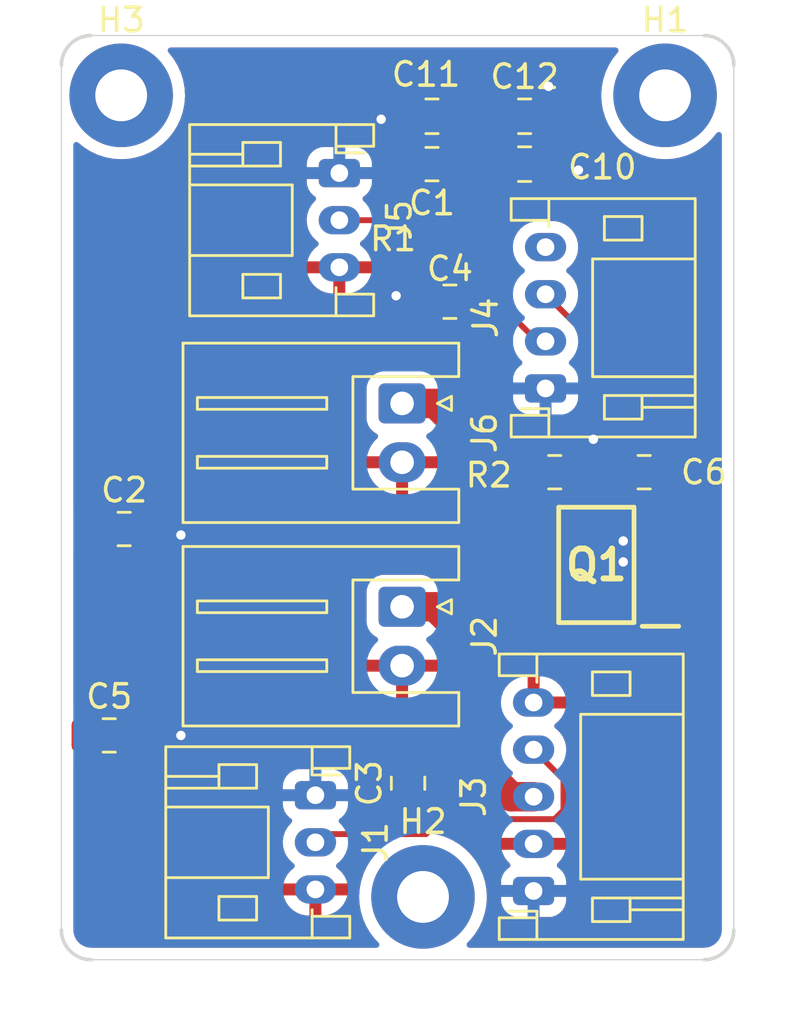
<source format=kicad_pcb>
(kicad_pcb (version 20211014) (generator pcbnew)
  (layers (0 "F.Cu" signal) (31 "B.Cu" signal) (34 "B.Paste" user) (35 "F.Paste" user) (36 "B.SilkS" user "B.Silkscreen") (37 "F.SilkS" user "F.Silkscreen") (38 "B.Mask" user) (39 "F.Mask" user) (44 "Edge.Cuts" user))
  (net 0 "")
  (net 1 "+5V")
  (net 2 "K-")
  (net 3 "Temp")
  (net 4 "GND")
  (net 5 "H-")
  (net 6 "Temp2")
  (net 7 "H_control")
  (footprint "Connector_JST:JST_XH_S2B-XH-A_1x02_P2.50mm_Horizontal" (layer "F.Cu") (at 160.528 124.079 -90)
    (fp_text reference "J2" (at 1.25 -3.5 90) (layer "F.SilkS"))
    (fp_text value "Screw_Terminal_01x02")
    (fp_line (start 0.25 3.2) (end -0.25 3.2) (layer "F.SilkS") (width 0.12))
    (fp_line (start -2.56 -2.41) (end -1.14 -2.41) (layer "F.SilkS") (width 0.12))
    (fp_line (start 0 -1.5) (end -0.3 -2.1) (layer "F.SilkS") (width 0.12))
    (fp_line (start -0.25 3.2) (end -0.25 8.7) (layer "F.SilkS") (width 0.12))
    (fp_line (start -1.14 2.09) (end 1.25 2.09) (layer "F.SilkS") (width 0.12))
    (fp_line (start 1.25 9.31) (end -2.56 9.31) (layer "F.SilkS") (width 0.12))
    (fp_line (start 3.64 -2.41) (end 3.64 2.09) (layer "F.SilkS") (width 0.12))
    (fp_line (start -2.56 9.31) (end -2.56 -2.41) (layer "F.SilkS") (width 0.12))
    (fp_line (start -1.14 -2.41) (end -1.14 2.09) (layer "F.SilkS") (width 0.12))
    (fp_line (start 2.25 8.7) (end 2.75 8.7) (layer "F.SilkS") (width 0.12))
    (fp_line (start 1.25 9.31) (end 5.06 9.31) (layer "F.SilkS") (width 0.12))
    (fp_line (start -0.3 -2.1) (end 0.3 -2.1) (layer "F.SilkS") (width 0.12))
    (fp_line (start 0.3 -2.1) (end 0 -1.5) (layer "F.SilkS") (width 0.12))
    (fp_line (start 2.25 3.2) (end 2.25 8.7) (layer "F.SilkS") (width 0.12))
    (fp_line (start 2.75 3.2) (end 2.25 3.2) (layer "F.SilkS") (width 0.12))
    (fp_line (start 2.75 8.7) (end 2.75 3.2) (layer "F.SilkS") (width 0.12))
    (fp_line (start 5.06 9.31) (end 5.06 -2.41) (layer "F.SilkS") (width 0.12))
    (fp_line (start 3.64 2.09) (end 1.25 2.09) (layer "F.SilkS") (width 0.12))
    (fp_line (start 0.25 8.7) (end 0.25 3.2) (layer "F.SilkS") (width 0.12))
    (fp_line (start -0.25 8.7) (end 0.25 8.7) (layer "F.SilkS") (width 0.12))
    (fp_line (start 5.06 -2.41) (end 3.64 -2.41) (layer "F.SilkS") (width 0.12))
    (pad "1" thru_hole roundrect locked (at 0 0 270) (size 1.7 2) (drill 1) (layers *.Cu *.Mask) (roundrect_rratio 0.1470588235) (net 2 "K-"))
    (pad "2" thru_hole oval locked (at 2.5 0 270) (size 1.7 2) (drill 1) (layers *.Cu *.Mask) (net 1 "+5V"))
  )
  (footprint "Connector_JST:JST_PH_S3B-PH-K_1x03_P2.00mm_Horizontal" (layer "F.Cu") (at 156.845 132.08 -90)
    (fp_text reference "J1" (at 2 -2.55 90) (layer "F.SilkS"))
    (fp_text value "Conn_01x03_Female")
    (fp_line (start -1.14 -1.46) (end -2.06 -1.46) (layer "F.SilkS") (width 0.12))
    (fp_line (start 0.5 2) (end 3.5 2) (layer "F.SilkS") (width 0.12))
    (fp_line (start 6.06 -1.46) (end 5.14 -1.46) (layer "F.SilkS") (width 0.12))
    (fp_line (start -0.3 4.1) (end -0.3 6.36) (layer "F.SilkS") (width 0.12))
    (fp_line (start -2.06 0.14) (end -1.14 0.14) (layer "F.SilkS") (width 0.12))
    (fp_line (start 5.14 -1.46) (end 5.14 0.14) (layer "F.SilkS") (width 0.12))
    (fp_line (start 4.3 4.1) (end 4.3 2.5) (layer "F.SilkS") (width 0.12))
    (fp_line (start -2.06 6.36) (end 6.06 6.36) (layer "F.SilkS") (width 0.12))
    (fp_line (start -0.8 4.1) (end -0.8 6.36) (layer "F.SilkS") (width 0.12))
    (fp_line (start 3.5 2) (end 3.5 6.36) (layer "F.SilkS") (width 0.12))
    (fp_line (start 4.3 2.5) (end 5.3 2.5) (layer "F.SilkS") (width 0.12))
    (fp_line (start 5.3 4.1) (end 4.3 4.1) (layer "F.SilkS") (width 0.12))
    (fp_line (start 5.14 0.14) (end 4.86 0.14) (layer "F.SilkS") (width 0.12))
    (fp_line (start -0.86 0.14) (end -0.86 -1.075) (layer "F.SilkS") (width 0.12))
    (fp_line (start -0.3 4.1) (end -0.3 2.5) (layer "F.SilkS") (width 0.12))
    (fp_line (start 5.3 2.5) (end 5.3 4.1) (layer "F.SilkS") (width 0.12))
    (fp_line (start 0.5 6.36) (end 0.5 2) (layer "F.SilkS") (width 0.12))
    (fp_line (start -0.3 2.5) (end -1.3 2.5) (layer "F.SilkS") (width 0.12))
    (fp_line (start 6.06 6.36) (end 6.06 -1.46) (layer "F.SilkS") (width 0.12))
    (fp_line (start -0.86 0.14) (end -1.14 0.14) (layer "F.SilkS") (width 0.12))
    (fp_line (start -1.14 0.14) (end -1.14 -1.46) (layer "F.SilkS") (width 0.12))
    (fp_line (start -1.3 4.1) (end -0.3 4.1) (layer "F.SilkS") (width 0.12))
    (fp_line (start 6.06 0.14) (end 5.14 0.14) (layer "F.SilkS") (width 0.12))
    (fp_line (start -2.06 -1.46) (end -2.06 6.36) (layer "F.SilkS") (width 0.12))
    (fp_line (start -1.3 2.5) (end -1.3 4.1) (layer "F.SilkS") (width 0.12))
    (pad "1" thru_hole roundrect locked (at 0 0 270) (size 1.2 1.75) (drill 0.75) (layers *.Cu *.Mask) (roundrect_rratio 0.2083333333) (net 4 "GND"))
    (pad "2" thru_hole oval locked (at 2 0 270) (size 1.2 1.75) (drill 0.75) (layers *.Cu *.Mask) (net 3 "Temp"))
    (pad "3" thru_hole oval locked (at 4 0 270) (size 1.2 1.75) (drill 0.75) (layers *.Cu *.Mask) (net 1 "+5V"))
  )
  (footprint "Connector_JST:JST_PH_S5B-PH-K_1x05_P2.00mm_Horizontal" (layer "F.Cu") (at 166.116 136.144 90)
    (fp_text reference "J3" (at 4 -2.55 90) (layer "F.SilkS"))
    (fp_text value "Conn_01x05_Female")
    (fp_line (start -2.06 0.14) (end -1.14 0.14) (layer "F.SilkS") (width 0.12))
    (fp_line (start 0.5 6.36) (end 0.5 2) (layer "F.SilkS") (width 0.12))
    (fp_line (start 9.3 2.5) (end 9.3 4.1) (layer "F.SilkS") (width 0.12))
    (fp_line (start -0.86 0.14) (end -1.14 0.14) (layer "F.SilkS") (width 0.12))
    (fp_line (start -2.06 -1.46) (end -2.06 6.36) (layer "F.SilkS") (width 0.12))
    (fp_line (start 10.06 6.36) (end 10.06 -1.46) (layer "F.SilkS") (width 0.12))
    (fp_line (start -1.14 -1.46) (end -2.06 -1.46) (layer "F.SilkS") (width 0.12))
    (fp_line (start -1.14 0.14) (end -1.14 -1.46) (layer "F.SilkS") (width 0.12))
    (fp_line (start 10.06 0.14) (end 9.14 0.14) (layer "F.SilkS") (width 0.12))
    (fp_line (start -0.86 0.14) (end -0.86 -1.075) (layer "F.SilkS") (width 0.12))
    (fp_line (start 9.3 4.1) (end 8.3 4.1) (layer "F.SilkS") (width 0.12))
    (fp_line (start 7.5 2) (end 7.5 6.36) (layer "F.SilkS") (width 0.12))
    (fp_line (start 8.3 2.5) (end 9.3 2.5) (layer "F.SilkS") (width 0.12))
    (fp_line (start -0.3 2.5) (end -1.3 2.5) (layer "F.SilkS") (width 0.12))
    (fp_line (start -0.3 4.1) (end -0.3 2.5) (layer "F.SilkS") (width 0.12))
    (fp_line (start 0.5 2) (end 7.5 2) (layer "F.SilkS") (width 0.12))
    (fp_line (start 9.14 0.14) (end 8.86 0.14) (layer "F.SilkS") (width 0.12))
    (fp_line (start 8.3 4.1) (end 8.3 2.5) (layer "F.SilkS") (width 0.12))
    (fp_line (start -1.3 4.1) (end -0.3 4.1) (layer "F.SilkS") (width 0.12))
    (fp_line (start -0.8 4.1) (end -0.8 6.36) (layer "F.SilkS") (width 0.12))
    (fp_line (start -2.06 6.36) (end 10.06 6.36) (layer "F.SilkS") (width 0.12))
    (fp_line (start -1.3 2.5) (end -1.3 4.1) (layer "F.SilkS") (width 0.12))
    (fp_line (start 10.06 -1.46) (end 9.14 -1.46) (layer "F.SilkS") (width 0.12))
    (fp_line (start -0.3 4.1) (end -0.3 6.36) (layer "F.SilkS") (width 0.12))
    (fp_line (start 9.14 -1.46) (end 9.14 0.14) (layer "F.SilkS") (width 0.12))
    (pad "1" thru_hole roundrect locked (at 0 0 90) (size 1.2 1.75) (drill 0.75) (layers *.Cu *.Mask) (roundrect_rratio 0.2083333333) (net 4 "GND"))
    (pad "2" thru_hole oval locked (at 2 0 90) (size 1.2 1.75) (drill 0.75) (layers *.Cu *.Mask) (net 1 "+5V"))
    (pad "3" thru_hole oval locked (at 4 0 90) (size 1.2 1.75) (drill 0.75) (layers *.Cu *.Mask) (net 2 "K-"))
    (pad "4" thru_hole oval locked (at 6 0 90) (size 1.2 1.75) (drill 0.75) (layers *.Cu *.Mask) (net 3 "Temp"))
    (pad "5" thru_hole oval locked (at 8 0 90) (size 1.2 1.75) (drill 0.75) (layers *.Cu *.Mask) (net 1 "+5V"))
  )
  (footprint "Connector_JST:JST_PH_S4B-PH-K_1x04_P2.00mm_Horizontal" (layer "F.Cu") (at 166.624 114.808 90)
    (fp_text reference "J4" (at 3 -2.55 90) (layer "F.SilkS"))
    (fp_text value "Conn_01x05_Female")
    (fp_line (start -0.86 0.14) (end -1.14 0.14) (layer "F.SilkS") (width 0.12))
    (fp_line (start 7.14 0.14) (end 6.86 0.14) (layer "F.SilkS") (width 0.12))
    (fp_line (start -2.06 6.36) (end 8.06 6.36) (layer "F.SilkS") (width 0.12))
    (fp_line (start -1.14 -1.46) (end -2.06 -1.46) (layer "F.SilkS") (width 0.12))
    (fp_line (start 8.06 0.14) (end 7.14 0.14) (layer "F.SilkS") (width 0.12))
    (fp_line (start -0.3 4.1) (end -0.3 6.36) (layer "F.SilkS") (width 0.12))
    (fp_line (start -0.3 4.1) (end -0.3 2.5) (layer "F.SilkS") (width 0.12))
    (fp_line (start 8.06 -1.46) (end 7.14 -1.46) (layer "F.SilkS") (width 0.12))
    (fp_line (start 6.3 2.5) (end 7.3 2.5) (layer "F.SilkS") (width 0.12))
    (fp_line (start 6.3 4.1) (end 6.3 2.5) (layer "F.SilkS") (width 0.12))
    (fp_line (start 7.3 2.5) (end 7.3 4.1) (layer "F.SilkS") (width 0.12))
    (fp_line (start -0.8 4.1) (end -0.8 6.36) (layer "F.SilkS") (width 0.12))
    (fp_line (start -1.14 0.14) (end -1.14 -1.46) (layer "F.SilkS") (width 0.12))
    (fp_line (start -0.3 2.5) (end -1.3 2.5) (layer "F.SilkS") (width 0.12))
    (fp_line (start -1.3 4.1) (end -0.3 4.1) (layer "F.SilkS") (width 0.12))
    (fp_line (start -1.3 2.5) (end -1.3 4.1) (layer "F.SilkS") (width 0.12))
    (fp_line (start 0.5 2) (end 5.5 2) (layer "F.SilkS") (width 0.12))
    (fp_line (start -0.86 0.14) (end -0.86 -1.075) (layer "F.SilkS") (width 0.12))
    (fp_line (start 7.3 4.1) (end 6.3 4.1) (layer "F.SilkS") (width 0.12))
    (fp_line (start -2.06 -1.46) (end -2.06 6.36) (layer "F.SilkS") (width 0.12))
    (fp_line (start -2.06 0.14) (end -1.14 0.14) (layer "F.SilkS") (width 0.12))
    (fp_line (start 0.5 6.36) (end 0.5 2) (layer "F.SilkS") (width 0.12))
    (fp_line (start 7.14 -1.46) (end 7.14 0.14) (layer "F.SilkS") (width 0.12))
    (fp_line (start 8.06 6.36) (end 8.06 -1.46) (layer "F.SilkS") (width 0.12))
    (fp_line (start 5.5 2) (end 5.5 6.36) (layer "F.SilkS") (width 0.12))
    (pad "1" thru_hole roundrect locked (at 0 0 90) (size 1.2 1.75) (drill 0.75) (layers *.Cu *.Mask) (roundrect_rratio 0.2083333333) (net 4 "GND"))
    (pad "2" thru_hole oval locked (at 2 0 90) (size 1.2 1.75) (drill 0.75) (layers *.Cu *.Mask) (net 6 "Temp2"))
    (pad "3" thru_hole oval locked (at 4 0 90) (size 1.2 1.75) (drill 0.75) (layers *.Cu *.Mask) (net 7 "H_control"))
    (pad "4" thru_hole oval locked (at 6 0 90) (size 1.2 1.75) (drill 0.75) (layers *.Cu *.Mask))
  )
  (footprint "Connector_JST:JST_XH_S2B-XH-A_1x02_P2.50mm_Horizontal" (layer "F.Cu") (at 160.528 115.443 -90)
    (fp_text reference "J6" (at 1.25 -3.5 90) (layer "F.SilkS"))
    (fp_text value "Screw_Terminal_01x02")
    (fp_line (start -2.56 9.31) (end -2.56 -2.41) (layer "F.SilkS") (width 0.12))
    (fp_line (start -2.56 -2.41) (end -1.14 -2.41) (layer "F.SilkS") (width 0.12))
    (fp_line (start -1.14 2.09) (end 1.25 2.09) (layer "F.SilkS") (width 0.12))
    (fp_line (start 2.25 8.7) (end 2.75 8.7) (layer "F.SilkS") (width 0.12))
    (fp_line (start 5.06 -2.41) (end 3.64 -2.41) (layer "F.SilkS") (width 0.12))
    (fp_line (start 1.25 9.31) (end 5.06 9.31) (layer "F.SilkS") (width 0.12))
    (fp_line (start -1.14 -2.41) (end -1.14 2.09) (layer "F.SilkS") (width 0.12))
    (fp_line (start 2.25 3.2) (end 2.25 8.7) (layer "F.SilkS") (width 0.12))
    (fp_line (start 2.75 8.7) (end 2.75 3.2) (layer "F.SilkS") (width 0.12))
    (fp_line (start 0.3 -2.1) (end 0 -1.5) (layer "F.SilkS") (width 0.12))
    (fp_line (start 0 -1.5) (end -0.3 -2.1) (layer "F.SilkS") (width 0.12))
    (fp_line (start 2.75 3.2) (end 2.25 3.2) (layer "F.SilkS") (width 0.12))
    (fp_line (start 0.25 3.2) (end -0.25 3.2) (layer "F.SilkS") (width 0.12))
    (fp_line (start 0.25 8.7) (end 0.25 3.2) (layer "F.SilkS") (width 0.12))
    (fp_line (start 3.64 2.09) (end 1.25 2.09) (layer "F.SilkS") (width 0.12))
    (fp_line (start -0.3 -2.1) (end 0.3 -2.1) (layer "F.SilkS") (width 0.12))
    (fp_line (start -0.25 8.7) (end 0.25 8.7) (layer "F.SilkS") (width 0.12))
    (fp_line (start 5.06 9.31) (end 5.06 -2.41) (layer "F.SilkS") (width 0.12))
    (fp_line (start 3.64 -2.41) (end 3.64 2.09) (layer "F.SilkS") (width 0.12))
    (fp_line (start 1.25 9.31) (end -2.56 9.31) (layer "F.SilkS") (width 0.12))
    (fp_line (start -0.25 3.2) (end -0.25 8.7) (layer "F.SilkS") (width 0.12))
    (pad "1" thru_hole roundrect locked (at 0 0 270) (size 1.7 2) (drill 1) (layers *.Cu *.Mask) (roundrect_rratio 0.1470588235) (net 5 "H-"))
    (pad "2" thru_hole oval locked (at 2.5 0 270) (size 1.7 2) (drill 1) (layers *.Cu *.Mask) (net 1 "+5V"))
  )
  (footprint "Connector_JST:JST_PH_S3B-PH-K_1x03_P2.00mm_Horizontal" (layer "F.Cu") (at 157.861 105.664 -90)
    (fp_text reference "J5" (at 2 -2.55 90) (layer "F.SilkS"))
    (fp_text value "Conn_01x03_Female")
    (fp_line (start -0.86 0.14) (end -1.14 0.14) (layer "F.SilkS") (width 0.12))
    (fp_line (start 5.3 2.5) (end 5.3 4.1) (layer "F.SilkS") (width 0.12))
    (fp_line (start 4.3 4.1) (end 4.3 2.5) (layer "F.SilkS") (width 0.12))
    (fp_line (start 4.3 2.5) (end 5.3 2.5) (layer "F.SilkS") (width 0.12))
    (fp_line (start 6.06 0.14) (end 5.14 0.14) (layer "F.SilkS") (width 0.12))
    (fp_line (start -1.3 2.5) (end -1.3 4.1) (layer "F.SilkS") (width 0.12))
    (fp_line (start -0.3 4.1) (end -0.3 6.36) (layer "F.SilkS") (width 0.12))
    (fp_line (start 5.14 0.14) (end 4.86 0.14) (layer "F.SilkS") (width 0.12))
    (fp_line (start 6.06 -1.46) (end 5.14 -1.46) (layer "F.SilkS") (width 0.12))
    (fp_line (start -0.3 4.1) (end -0.3 2.5) (layer "F.SilkS") (width 0.12))
    (fp_line (start 0.5 2) (end 3.5 2) (layer "F.SilkS") (width 0.12))
    (fp_line (start -0.3 2.5) (end -1.3 2.5) (layer "F.SilkS") (width 0.12))
    (fp_line (start 3.5 2) (end 3.5 6.36) (layer "F.SilkS") (width 0.12))
    (fp_line (start -1.3 4.1) (end -0.3 4.1) (layer "F.SilkS") (width 0.12))
    (fp_line (start -1.14 0.14) (end -1.14 -1.46) (layer "F.SilkS") (width 0.12))
    (fp_line (start -1.14 -1.46) (end -2.06 -1.46) (layer "F.SilkS") (width 0.12))
    (fp_line (start -0.86 0.14) (end -0.86 -1.075) (layer "F.SilkS") (width 0.12))
    (fp_line (start 0.5 6.36) (end 0.5 2) (layer "F.SilkS") (width 0.12))
    (fp_line (start -2.06 6.36) (end 6.06 6.36) (layer "F.SilkS") (width 0.12))
    (fp_line (start 6.06 6.36) (end 6.06 -1.46) (layer "F.SilkS") (width 0.12))
    (fp_line (start 5.14 -1.46) (end 5.14 0.14) (layer "F.SilkS") (width 0.12))
    (fp_line (start -2.06 0.14) (end -1.14 0.14) (layer "F.SilkS") (width 0.12))
    (fp_line (start -0.8 4.1) (end -0.8 6.36) (layer "F.SilkS") (width 0.12))
    (fp_line (start -2.06 -1.46) (end -2.06 6.36) (layer "F.SilkS") (width 0.12))
    (fp_line (start 5.3 4.1) (end 4.3 4.1) (layer "F.SilkS") (width 0.12))
    (pad "1" thru_hole roundrect locked (at 0 0 270) (size 1.2 1.75) (drill 0.75) (layers *.Cu *.Mask) (roundrect_rratio 0.2083333333) (net 4 "GND"))
    (pad "2" thru_hole oval locked (at 2 0 270) (size 1.2 1.75) (drill 0.75) (layers *.Cu *.Mask) (net 6 "Temp2"))
    (pad "3" thru_hole oval locked (at 4 0 270) (size 1.2 1.75) (drill 0.75) (layers *.Cu *.Mask) (net 1 "+5V"))
  )
  (footprint "SamacSys_Parts:SOIC127P600X175-8N" (layer "F.Cu") (at 168.783 122.301 180)
    (fp_text reference "Q1" (at 0 0 180) (layer "F.SilkS") (effects (font (size 1.27 1.27) (thickness 0.254))))
    (fp_text value "IRF7832TRPBF" hide)
    (fp_line (start 1.6 -2.45) (end 1.6 2.45) (layer "F.SilkS") (width 0.2))
    (fp_line (start -1.6 2.45) (end -1.6 -2.45) (layer "F.SilkS") (width 0.2))
    (fp_line (start -1.6 -2.45) (end 1.6 -2.45) (layer "F.SilkS") (width 0.2))
    (fp_line (start 1.6 2.45) (end -1.6 2.45) (layer "F.SilkS") (width 0.2))
    (fp_line (start -3.5 -2.605) (end -1.95 -2.605) (layer "F.SilkS") (width 0.2))
    (pad "1" smd rect locked (at -2.725 -1.905 270) (size 0.7 1.55) (layers "F.Cu" "F.Paste" "F.Mask") (net 4 "GND"))
    (pad "2" smd rect locked (at -2.725 -0.635 270) (size 0.7 1.55) (layers "F.Cu" "F.Paste" "F.Mask") (net 4 "GND"))
    (pad "3" smd rect locked (at -2.725 0.635 270) (size 0.7 1.55) (layers "F.Cu" "F.Paste" "F.Mask") (net 4 "GND"))
    (pad "4" smd rect locked (at -2.725 1.905 270) (size 0.7 1.55) (layers "F.Cu" "F.Paste" "F.Mask") (net 7 "H_control"))
    (pad "5" smd rect locked (at 2.725 1.905 270) (size 0.7 1.55) (layers "F.Cu" "F.Paste" "F.Mask") (net 5 "H-"))
    (pad "6" smd rect locked (at 2.725 0.635 270) (size 0.7 1.55) (layers "F.Cu" "F.Paste" "F.Mask") (net 5 "H-"))
    (pad "7" smd rect locked (at 2.725 -0.635 270) (size 0.7 1.55) (layers "F.Cu" "F.Paste" "F.Mask") (net 5 "H-"))
    (pad "8" smd rect locked (at 2.725 -1.905 270) (size 0.7 1.55) (layers "F.Cu" "F.Paste" "F.Mask") (net 5 "H-"))
  )
  (footprint "Resistor_SMD:R_0805_2012Metric_Pad1.15x1.40mm_HandSolder" (layer "F.Cu") (at 167.014 118.364)
    (fp_text reference "R2" (at -2.803 0.127) (layer "F.SilkS"))
    (fp_text value "10k")
    (fp_line (start -0.261252 -0.71) (end 0.261252 -0.71) (layer "F.SilkS") (width 0.12))
    (fp_line (start -0.261252 0.71) (end 0.261252 0.71) (layer "F.SilkS") (width 0.12))
    (pad "1" smd roundrect locked (at -1.025 0) (size 1.15 1.4) (layers "F.Cu" "F.Paste" "F.Mask") (roundrect_rratio 0.2173913043) (net 7 "H_control"))
    (pad "2" smd roundrect locked (at 1.025 0) (size 1.15 1.4) (layers "F.Cu" "F.Paste" "F.Mask") (roundrect_rratio 0.2173913043) (net 4 "GND"))
  )
  (footprint "Capacitor_SMD:C_0805_2012Metric_Pad1.15x1.40mm_HandSolder" (layer "F.Cu") (at 161.798 105.283 180)
    (fp_text reference "C1" (at 0 -1.65) (layer "F.SilkS"))
    (fp_text value "0.1 uF")
    (fp_line (start -0.261252 0.71) (end 0.261252 0.71) (layer "F.SilkS") (width 0.12))
    (fp_line (start -0.261252 -0.71) (end 0.261252 -0.71) (layer "F.SilkS") (width 0.12))
    (pad "1" smd roundrect locked (at -1.025 0 180) (size 1.15 1.4) (layers "F.Cu" "F.Paste" "F.Mask") (roundrect_rratio 0.2173913043) (net 1 "+5V"))
    (pad "2" smd roundrect locked (at 1.025 0 180) (size 1.15 1.4) (layers "F.Cu" "F.Paste" "F.Mask") (roundrect_rratio 0.2173913043) (net 4 "GND"))
  )
  (footprint "Capacitor_SMD:C_0805_2012Metric_Pad1.15x1.40mm_HandSolder" (layer "F.Cu") (at 160.782 131.572 90)
    (fp_text reference "C3" (at 0 -1.65 90) (layer "F.SilkS"))
    (fp_text value "0.1 uF")
    (fp_line (start -0.261252 -0.71) (end 0.261252 -0.71) (layer "F.SilkS") (width 0.12))
    (fp_line (start -0.261252 0.71) (end 0.261252 0.71) (layer "F.SilkS") (width 0.12))
    (pad "1" smd roundrect locked (at -1.025 0 90) (size 1.15 1.4) (layers "F.Cu" "F.Paste" "F.Mask") (roundrect_rratio 0.2173913043) (net 1 "+5V"))
    (pad "2" smd roundrect locked (at 1.025 0 90) (size 1.15 1.4) (layers "F.Cu" "F.Paste" "F.Mask") (roundrect_rratio 0.2173913043) (net 4 "GND"))
  )
  (footprint "Capacitor_SMD:C_0805_2012Metric_Pad1.15x1.40mm_HandSolder" (layer "F.Cu") (at 170.815 118.364)
    (fp_text reference "C6" (at 2.54 0) (layer "F.SilkS"))
    (fp_text value "100uF")
    (fp_line (start -0.261252 0.71) (end 0.261252 0.71) (layer "F.SilkS") (width 0.12))
    (fp_line (start -0.261252 -0.71) (end 0.261252 -0.71) (layer "F.SilkS") (width 0.12))
    (pad "1" smd roundrect locked (at -1.025 0) (size 1.15 1.4) (layers "F.Cu" "F.Paste" "F.Mask") (roundrect_rratio 0.2173913043) (net 1 "+5V"))
    (pad "2" smd roundrect locked (at 1.025 0) (size 1.15 1.4) (layers "F.Cu" "F.Paste" "F.Mask") (roundrect_rratio 0.2173913043) (net 4 "GND"))
  )
  (footprint "Capacitor_SMD:C_0805_2012Metric_Pad1.15x1.40mm_HandSolder" (layer "F.Cu") (at 162.56 111.125 180)
    (fp_text reference "C4" (at 0 1.397) (layer "F.SilkS"))
    (fp_text value "100uF")
    (fp_line (start -0.261252 0.71) (end 0.261252 0.71) (layer "F.SilkS") (width 0.12))
    (fp_line (start -0.261252 -0.71) (end 0.261252 -0.71) (layer "F.SilkS") (width 0.12))
    (pad "1" smd roundrect locked (at -1.025 0 180) (size 1.15 1.4) (layers "F.Cu" "F.Paste" "F.Mask") (roundrect_rratio 0.2173913043) (net 1 "+5V"))
    (pad "2" smd roundrect locked (at 1.025 0 180) (size 1.15 1.4) (layers "F.Cu" "F.Paste" "F.Mask") (roundrect_rratio 0.2173913043) (net 4 "GND"))
  )
  (footprint "MountingHole:MountingHole_2.2mm_M2_Pad" (layer "F.Cu") (at 171.704 102.362)
    (fp_text reference "H1" (at 0 -3.2) (layer "F.SilkS"))
    (fp_text value "MountingHole")
    (pad "1" thru_hole circle locked (at 0 0) (size 4.4 4.4) (drill 2.2) (layers *.Cu *.Mask))
  )
  (footprint "MountingHole:MountingHole_2.2mm_M2_Pad" (layer "F.Cu") (at 148.59 102.362)
    (fp_text reference "H3" (at 0 -3.2) (layer "F.SilkS"))
    (fp_text value "MountingHole")
    (pad "1" thru_hole circle locked (at 0 0) (size 4.4 4.4) (drill 2.2) (layers *.Cu *.Mask))
  )
  (footprint "MountingHole:MountingHole_2.2mm_M2_Pad" (layer "F.Cu") (at 161.417 136.398)
    (fp_text reference "H2" (at 0 -3.2) (layer "F.SilkS"))
    (fp_text value "MountingHole")
    (pad "1" thru_hole circle locked (at 0 0) (size 4.4 4.4) (drill 2.2) (layers *.Cu *.Mask))
  )
  (footprint "Capacitor_SMD:C_0805_2012Metric_Pad1.15x1.40mm_HandSolder" (layer "F.Cu") (at 148.717 120.777)
    (fp_text reference "C2" (at 0 -1.65) (layer "F.SilkS"))
    (fp_text value "0.1 uF")
    (fp_line (start -0.261252 0.71) (end 0.261252 0.71) (layer "F.SilkS") (width 0.12))
    (fp_line (start -0.261252 -0.71) (end 0.261252 -0.71) (layer "F.SilkS") (width 0.12))
    (pad "1" smd roundrect locked (at -1.025 0) (size 1.15 1.4) (layers "F.Cu" "F.Paste" "F.Mask") (roundrect_rratio 0.2173913043) (net 1 "+5V"))
    (pad "2" smd roundrect locked (at 1.025 0) (size 1.15 1.4) (layers "F.Cu" "F.Paste" "F.Mask") (roundrect_rratio 0.2173913043) (net 4 "GND"))
  )
  (footprint "Capacitor_SMD:C_0805_2012Metric_Pad1.15x1.40mm_HandSolder" (layer "F.Cu") (at 148.082 129.54)
    (fp_text reference "C5" (at 0 -1.65) (layer "F.SilkS"))
    (fp_text value "100uF")
    (fp_line (start -0.261252 0.71) (end 0.261252 0.71) (layer "F.SilkS") (width 0.12))
    (fp_line (start -0.261252 -0.71) (end 0.261252 -0.71) (layer "F.SilkS") (width 0.12))
    (pad "1" smd roundrect locked (at -1.025 0) (size 1.15 1.4) (layers "F.Cu" "F.Paste" "F.Mask") (roundrect_rratio 0.2173913043) (net 1 "+5V"))
    (pad "2" smd roundrect locked (at 1.025 0) (size 1.15 1.4) (layers "F.Cu" "F.Paste" "F.Mask") (roundrect_rratio 0.2173913043) (net 4 "GND"))
  )
  (footprint "Resistor_SMD:R_0402_1005Metric" (layer "F.Cu") (at 162.052 108.4834 180)
    (fp_text reference "R1" (at 1.905 0.0254) (layer "F.SilkS"))
    (fp_text value "R")
    (pad "1" smd roundrect locked (at -0.485 0 180) (size 0.59 0.64) (layers "F.Cu" "F.Paste" "F.Mask") (net 6 "Temp2"))
    (pad "2" smd roundrect locked (at 0.485 0 180) (size 0.59 0.64) (layers "F.Cu" "F.Paste" "F.Mask") (net 1 "+5V"))
  )
  (footprint "Capacitor_SMD:C_0805_2012Metric_Pad1.18x1.45mm_HandSolder" (layer "F.Cu") (at 161.798 103.251 180)
    (fp_text reference "C11" (at 0.254 1.778) (layer "F.SilkS"))
    (fp_text value "100uF")
    (fp_line (start -0.261252 0.735) (end 0.261252 0.735) (layer "F.SilkS") (width 0.12))
    (fp_line (start -0.261252 -0.735) (end 0.261252 -0.735) (layer "F.SilkS") (width 0.12))
    (pad "1" smd roundrect (at -1.0375 0 180) (size 1.175 1.45) (layers "F.Cu" "F.Paste" "F.Mask") (roundrect_rratio 0.2127659574) (net 1 "+5V"))
    (pad "2" smd roundrect (at 1.0375 0 180) (size 1.175 1.45) (layers "F.Cu" "F.Paste" "F.Mask") (roundrect_rratio 0.2127659574) (net 4 "GND"))
  )
  (footprint "Capacitor_SMD:C_0805_2012Metric_Pad1.18x1.45mm_HandSolder" (layer "F.Cu") (at 165.735 105.283)
    (fp_text reference "C10" (at 3.302 0.127) (layer "F.SilkS"))
    (fp_text value "100uF")
    (fp_line (start -0.261252 0.735) (end 0.261252 0.735) (layer "F.SilkS") (width 0.12))
    (fp_line (start -0.261252 -0.735) (end 0.261252 -0.735) (layer "F.SilkS") (width 0.12))
    (pad "1" smd roundrect (at -1.0375 0) (size 1.175 1.45) (layers "F.Cu" "F.Paste" "F.Mask") (roundrect_rratio 0.2127659574) (net 1 "+5V"))
    (pad "2" smd roundrect (at 1.0375 0) (size 1.175 1.45) (layers "F.Cu" "F.Paste" "F.Mask") (roundrect_rratio 0.2127659574) (net 4 "GND"))
  )
  (footprint "Capacitor_SMD:C_0805_2012Metric_Pad1.18x1.45mm_HandSolder" (layer "F.Cu") (at 165.735 103.251)
    (fp_text reference "C12" (at 0 -1.68) (layer "F.SilkS"))
    (fp_text value "100uF")
    (fp_line (start -0.261252 -0.735) (end 0.261252 -0.735) (layer "F.SilkS") (width 0.12))
    (fp_line (start -0.261252 0.735) (end 0.261252 0.735) (layer "F.SilkS") (width 0.12))
    (pad "1" smd roundrect (at -1.0375 0) (size 1.175 1.45) (layers "F.Cu" "F.Paste" "F.Mask") (roundrect_rratio 0.2127659574) (net 1 "+5V"))
    (pad "2" smd roundrect (at 1.0375 0) (size 1.175 1.45) (layers "F.Cu" "F.Paste" "F.Mask") (roundrect_rratio 0.2127659574) (net 4 "GND"))
  )
  (gr_line (start 146.05 137.795) (end 146.05 117.475) (layer "Edge.Cuts") (width 0.05))
  (gr_line (start 174.625 101.092) (end 174.625 137.795) (layer "Edge.Cuts") (width 0.05))
  (gr_line (start 146.05 102.87) (end 146.05 101.092) (layer "Edge.Cuts") (width 0.05))
  (gr_arc (start 174.625 137.795) (mid 174.253026 138.693026) (end 173.355 139.065) (layer "Edge.Cuts") (width 0.15))
  (gr_arc (start 147.32 139.065) (mid 146.421974 138.693026) (end 146.05 137.795) (layer "Edge.Cuts") (width 0.15))
  (gr_arc (start 146.05 101.092) (mid 146.421974 100.193974) (end 147.32 99.822) (layer "Edge.Cuts") (width 0.15))
  (gr_line (start 146.05 117.475) (end 146.05 102.87) (layer "Edge.Cuts") (width 0.05))
  (gr_arc (start 173.355 99.822) (mid 174.253026 100.193974) (end 174.625 101.092) (layer "Edge.Cuts") (width 0.15))
  (gr_line (start 147.32 99.822) (end 173.355 99.822) (layer "Edge.Cuts") (width 0.05))
  (gr_line (start 173.355 139.065) (end 147.32 139.065) (layer "Edge.Cuts") (width 0.05))
  (segment (start 161.408 132.597) (end 162.179 131.826) (width 0.25) (layer "F.Cu") (net 1))
  (segment (start 160.782 132.597) (end 161.408 132.597) (width 0.25) (layer "F.Cu") (net 1))
  (segment (start 164.6975 103.378) (end 162.8355 103.378) (width 0.25) (layer "F.Cu") (net 1))
  (segment (start 161.925 124.079) (end 160.528 124.079) (width 1.25) (layer "F.Cu") (net 2))
  (segment (start 166.116 132.144) (end 165.164 132.144) (width 1.25) (layer "F.Cu") (net 2))
  (segment (start 163.576 125.73) (end 161.925 124.079) (width 1.25) (layer "F.Cu") (net 2))
  (segment (start 165.164 132.144) (end 163.576 130.556) (width 1.25) (layer "F.Cu") (net 2))
  (segment (start 163.576 130.556) (end 163.576 125.73) (width 1.25) (layer "F.Cu") (net 2))
  (segment (start 166.116 130.144) (end 167.386 131.414) (width 0.25) (layer "F.Cu") (net 3))
  (segment (start 167.386 131.414) (end 167.386 132.715) (width 0.25) (layer "F.Cu") (net 3))
  (segment (start 167.386 132.715) (end 167.005 133.096) (width 0.25) (layer "F.Cu") (net 3))
  (segment (start 157.194 133.731) (end 156.845 134.08) (width 0.25) (layer "F.Cu") (net 3))
  (segment (start 162.179 133.096) (end 161.544 133.731) (width 0.25) (layer "F.Cu") (net 3))
  (segment (start 161.544 133.731) (end 157.194 133.731) (width 0.25) (layer "F.Cu") (net 3))
  (segment (start 167.005 133.096) (end 162.179 133.096) (width 0.25) (layer "F.Cu") (net 3))
  (segment (start 149.742 120.777) (end 150.876 120.777) (width 0.25) (layer "F.Cu") (net 4))
  (segment (start 150.876 120.777) (end 151.13 121.031) (width 0.25) (layer "F.Cu") (net 4))
  (segment (start 149.615 129.54) (end 151.13 129.54) (width 0.25) (layer "F.Cu") (net 4))
  (segment (start 168.656 116.967) (end 168.039 117.584) (width 0.25) (layer "F.Cu") (net 4))
  (segment (start 171.495 122.936) (end 171.495 124.206) (width 0.25) (layer "F.Cu") (net 4))
  (segment (start 156.845 132.08) (end 159.249 132.08) (width 0.25) (layer "F.Cu") (net 4))
  (segment (start 160.646 105.537) (end 157.988 105.537) (width 0.25) (layer "F.Cu") (net 4))
  (segment (start 161.535 111.125) (end 160.528 111.125) (width 0.25) (layer "F.Cu") (net 4))
  (segment (start 166.7725 103.378) (end 166.7725 102.0025) (width 0.25) (layer "F.Cu") (net 4))
  (segment (start 160.7605 103.378) (end 160.7605 105.4225) (width 0.25) (layer "F.Cu") (net 4))
  (segment (start 166.7725 105.41) (end 167.894 105.41) (width 0.25) (layer "F.Cu") (net 4))
  (segment (start 168.039 117.584) (end 168.039 118.364) (width 0.25) (layer "F.Cu") (net 4))
  (segment (start 172.974 121.1995) (end 172.5075 121.666) (width 0.25) (layer "F.Cu") (net 4))
  (segment (start 159.249 132.08) (end 160.782 130.547) (width 0.25) (layer "F.Cu") (net 4))
  (segment (start 172.5075 121.666) (end 171.495 121.666) (width 0.25) (layer "F.Cu") (net 4))
  (segment (start 172.974 119.498) (end 172.974 121.1995) (width 0.25) (layer "F.Cu") (net 4))
  (segment (start 170.434 121.666) (end 171.495 121.666) (width 0.25) (layer "F.Cu") (net 4))
  (segment (start 171.495 121.666) (end 171.495 122.936) (width 0.25) (layer "F.Cu") (net 4))
  (segment (start 166.7725 102.0025) (end 166.751 101.981) (width 0.25) (layer "F.Cu") (net 4))
  (segment (start 157.988 105.537) (end 157.861 105.664) (width 0.25) (layer "F.Cu") (net 4))
  (segment (start 167.894 105.41) (end 168.021 105.537) (width 0.25) (layer "F.Cu") (net 4))
  (segment (start 169.926 122.174) (end 170.434 121.666) (width 0.25) (layer "F.Cu") (net 4))
  (segment (start 169.926 121.285) (end 171.114 121.285) (width 0.25) (layer "F.Cu") (net 4))
  (segment (start 160.528 111.125) (end 160.274 110.871) (width 0.25) (layer "F.Cu") (net 4))
  (segment (start 171.84 118.364) (end 172.974 119.498) (width 0.25) (layer "F.Cu") (net 4))
  (segment (start 160.7605 103.378) (end 159.639 103.378) (width 0.25) (layer "F.Cu") (net 4))
  (segment (start 160.7605 105.4225) (end 160.646 105.537) (width 0.25) (layer "F.Cu") (net 4))
  (segment (start 171.114 121.285) (end 171.495 121.666) (width 0.25) (layer "F.Cu") (net 4))
  (via (at 151.13 129.54) (size 0.8) (drill 0.4) (layers "F.Cu" "B.Cu") (net 4))
  (via (at 169.926 121.285) (size 0.8) (drill 0.4) (layers "F.Cu" "B.Cu") (net 4))
  (via (at 169.926 122.174) (size 0.8) (drill 0.4) (layers "F.Cu" "B.Cu") (net 4))
  (via (at 166.751 101.981) (size 0.8) (drill 0.4) (layers "F.Cu" "B.Cu") (net 4))
  (via (at 159.639 103.378) (size 0.8) (drill 0.4) (layers "F.Cu" "B.Cu") (net 4))
  (via (at 168.021 105.537) (size 0.8) (drill 0.4) (layers "F.Cu" "B.Cu") (net 4))
  (via (at 168.656 116.967) (size 0.8) (drill 0.4) (layers "F.Cu" "B.Cu") (net 4))
  (via (at 151.13 121.031) (size 0.8) (drill 0.4) (layers "F.Cu" "B.Cu") (net 4))
  (via (at 160.274 110.871) (size 0.8) (drill 0.4) (layers "F.Cu" "B.Cu") (net 4))
  (segment (start 164.973 120.396) (end 166.071 120.396) (width 1.25) (layer "F.Cu") (net 5))
  (segment (start 166.071 122.936) (end 166.071 121.666) (width 0.25) (layer "F.Cu") (net 5))
  (segment (start 163.957 119.38) (end 164.973 120.396) (width 1.25) (layer "F.Cu") (net 5))
  (segment (start 166.071 122.936) (end 166.071 124.206) (width 0.25) (layer "F.Cu") (net 5))
  (segment (start 163.957 117.475) (end 163.957 119.38) (width 1.25) (layer "F.Cu") (net 5))
  (segment (start 166.071 120.396) (end 166.071 122.129) (width 0.25) (layer "F.Cu") (net 5))
  (segment (start 166.071 122.129) (end 166.071 121.666) (width 0.25) (layer "F.Cu") (net 5))
  (segment (start 160.528 115.443) (end 161.925 115.443) (width 1.25) (layer "F.Cu") (net 5))
  (segment (start 161.925 115.443) (end 163.957 117.475) (width 1.25) (layer "F.Cu") (net 5))
  (segment (start 163.48 107.664) (end 165.068 109.252) (width 0.25) (layer "F.Cu") (net 6))
  (segment (start 165.068 111.601) (end 165.068 109.252) (width 0.25) (layer "F.Cu") (net 6))
  (segment (start 166.624 112.808) (end 166.275 112.808) (width 0.25) (layer "F.Cu") (net 6))
  (segment (start 162.7566 107.664) (end 163.48 107.664) (width 0.25) (layer "F.Cu") (net 6))
  (segment (start 162.537 107.8836) (end 162.7566 107.664) (width 0.25) (layer "F.Cu") (net 6))
  (segment (start 162.537 108.4834) (end 162.537 107.8836) (width 0.25) (layer "F.Cu") (net 6))
  (segment (start 166.275 112.808) (end 165.068 111.601) (width 0.25) (layer "F.Cu") (net 6))
  (segment (start 159.004 107.664) (end 157.861 107.664) (width 0.25) (layer "F.Cu") (net 6))
  (segment (start 159.004 107.664) (end 162.7566 107.664) (width 0.25) (layer "F.Cu") (net 6))
  (segment (start 165.989 118.364) (end 168.529 115.824) (width 0.25) (layer "F.Cu") (net 7))
  (segment (start 166.624 110.808) (end 168.529 112.713) (width 0.25) (layer "F.Cu") (net 7))
  (segment (start 171.495 120.396) (end 168.48281 120.396) (width 0.25) (layer "F.Cu") (net 7))
  (segment (start 168.48281 120.396) (end 166.45081 118.364) (width 0.25) (layer "F.Cu") (net 7))
  (segment (start 168.529 112.713) (end 168.529 115.824) (width 0.25) (layer "F.Cu") (net 7))
  (segment (start 166.45081 118.364) (end 165.989 118.364) (width 0.25) (layer "F.Cu") (net 7))
  (zone (net 1) (net_name "+5V") (layer "F.Cu") (connect_pads (clearance 0.508)) (min_thickness 0.254) (fill yes (thermal_gap 0.508) (thermal_bridge_width 0.508))
    (polygon (pts (xy 174.739134 140.848816) (xy 146.14525 140.843) (xy 146.46275 99.949) (xy 175.056634 99.954816)))
  )
  (zone (net 4) (net_name "GND") (layer "B.Cu") (connect_pads (clearance 0.508)) (min_thickness 0.254) (fill yes (thermal_gap 0.508) (thermal_bridge_width 0.508))
    (polygon (pts (xy 174.878944 140.34188) (xy 146.01825 140.335) (xy 146.33575 99.314) (xy 175.196444 99.32088)))
  )
)
</source>
